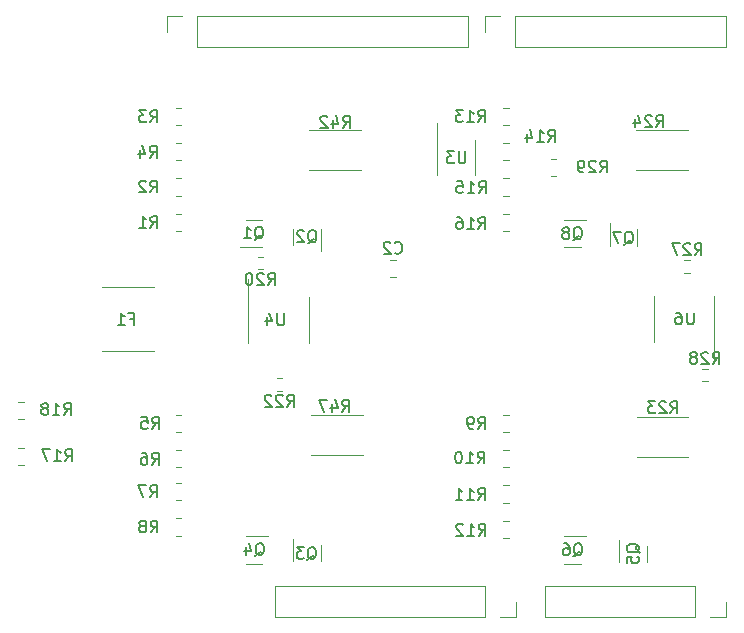
<source format=gbr>
%TF.GenerationSoftware,KiCad,Pcbnew,7.0.7*%
%TF.CreationDate,2024-06-03T14:36:37+02:00*%
%TF.ProjectId,control-board_v1,636f6e74-726f-46c2-9d62-6f6172645f76,rev?*%
%TF.SameCoordinates,Original*%
%TF.FileFunction,Legend,Bot*%
%TF.FilePolarity,Positive*%
%FSLAX46Y46*%
G04 Gerber Fmt 4.6, Leading zero omitted, Abs format (unit mm)*
G04 Created by KiCad (PCBNEW 7.0.7) date 2024-06-03 14:36:37*
%MOMM*%
%LPD*%
G01*
G04 APERTURE LIST*
%ADD10C,0.150000*%
%ADD11C,0.120000*%
G04 APERTURE END LIST*
D10*
X71012857Y-29754819D02*
X71346190Y-29278628D01*
X71584285Y-29754819D02*
X71584285Y-28754819D01*
X71584285Y-28754819D02*
X71203333Y-28754819D01*
X71203333Y-28754819D02*
X71108095Y-28802438D01*
X71108095Y-28802438D02*
X71060476Y-28850057D01*
X71060476Y-28850057D02*
X71012857Y-28945295D01*
X71012857Y-28945295D02*
X71012857Y-29088152D01*
X71012857Y-29088152D02*
X71060476Y-29183390D01*
X71060476Y-29183390D02*
X71108095Y-29231009D01*
X71108095Y-29231009D02*
X71203333Y-29278628D01*
X71203333Y-29278628D02*
X71584285Y-29278628D01*
X70631904Y-28850057D02*
X70584285Y-28802438D01*
X70584285Y-28802438D02*
X70489047Y-28754819D01*
X70489047Y-28754819D02*
X70250952Y-28754819D01*
X70250952Y-28754819D02*
X70155714Y-28802438D01*
X70155714Y-28802438D02*
X70108095Y-28850057D01*
X70108095Y-28850057D02*
X70060476Y-28945295D01*
X70060476Y-28945295D02*
X70060476Y-29040533D01*
X70060476Y-29040533D02*
X70108095Y-29183390D01*
X70108095Y-29183390D02*
X70679523Y-29754819D01*
X70679523Y-29754819D02*
X70060476Y-29754819D01*
X69584285Y-29754819D02*
X69393809Y-29754819D01*
X69393809Y-29754819D02*
X69298571Y-29707200D01*
X69298571Y-29707200D02*
X69250952Y-29659580D01*
X69250952Y-29659580D02*
X69155714Y-29516723D01*
X69155714Y-29516723D02*
X69108095Y-29326247D01*
X69108095Y-29326247D02*
X69108095Y-28945295D01*
X69108095Y-28945295D02*
X69155714Y-28850057D01*
X69155714Y-28850057D02*
X69203333Y-28802438D01*
X69203333Y-28802438D02*
X69298571Y-28754819D01*
X69298571Y-28754819D02*
X69489047Y-28754819D01*
X69489047Y-28754819D02*
X69584285Y-28802438D01*
X69584285Y-28802438D02*
X69631904Y-28850057D01*
X69631904Y-28850057D02*
X69679523Y-28945295D01*
X69679523Y-28945295D02*
X69679523Y-29183390D01*
X69679523Y-29183390D02*
X69631904Y-29278628D01*
X69631904Y-29278628D02*
X69584285Y-29326247D01*
X69584285Y-29326247D02*
X69489047Y-29373866D01*
X69489047Y-29373866D02*
X69298571Y-29373866D01*
X69298571Y-29373866D02*
X69203333Y-29326247D01*
X69203333Y-29326247D02*
X69155714Y-29278628D01*
X69155714Y-29278628D02*
X69108095Y-29183390D01*
X60696666Y-51464819D02*
X61029999Y-50988628D01*
X61268094Y-51464819D02*
X61268094Y-50464819D01*
X61268094Y-50464819D02*
X60887142Y-50464819D01*
X60887142Y-50464819D02*
X60791904Y-50512438D01*
X60791904Y-50512438D02*
X60744285Y-50560057D01*
X60744285Y-50560057D02*
X60696666Y-50655295D01*
X60696666Y-50655295D02*
X60696666Y-50798152D01*
X60696666Y-50798152D02*
X60744285Y-50893390D01*
X60744285Y-50893390D02*
X60791904Y-50941009D01*
X60791904Y-50941009D02*
X60887142Y-50988628D01*
X60887142Y-50988628D02*
X61268094Y-50988628D01*
X60220475Y-51464819D02*
X60029999Y-51464819D01*
X60029999Y-51464819D02*
X59934761Y-51417200D01*
X59934761Y-51417200D02*
X59887142Y-51369580D01*
X59887142Y-51369580D02*
X59791904Y-51226723D01*
X59791904Y-51226723D02*
X59744285Y-51036247D01*
X59744285Y-51036247D02*
X59744285Y-50655295D01*
X59744285Y-50655295D02*
X59791904Y-50560057D01*
X59791904Y-50560057D02*
X59839523Y-50512438D01*
X59839523Y-50512438D02*
X59934761Y-50464819D01*
X59934761Y-50464819D02*
X60125237Y-50464819D01*
X60125237Y-50464819D02*
X60220475Y-50512438D01*
X60220475Y-50512438D02*
X60268094Y-50560057D01*
X60268094Y-50560057D02*
X60315713Y-50655295D01*
X60315713Y-50655295D02*
X60315713Y-50893390D01*
X60315713Y-50893390D02*
X60268094Y-50988628D01*
X60268094Y-50988628D02*
X60220475Y-51036247D01*
X60220475Y-51036247D02*
X60125237Y-51083866D01*
X60125237Y-51083866D02*
X59934761Y-51083866D01*
X59934761Y-51083866D02*
X59839523Y-51036247D01*
X59839523Y-51036247D02*
X59791904Y-50988628D01*
X59791904Y-50988628D02*
X59744285Y-50893390D01*
X32886666Y-28514819D02*
X33219999Y-28038628D01*
X33458094Y-28514819D02*
X33458094Y-27514819D01*
X33458094Y-27514819D02*
X33077142Y-27514819D01*
X33077142Y-27514819D02*
X32981904Y-27562438D01*
X32981904Y-27562438D02*
X32934285Y-27610057D01*
X32934285Y-27610057D02*
X32886666Y-27705295D01*
X32886666Y-27705295D02*
X32886666Y-27848152D01*
X32886666Y-27848152D02*
X32934285Y-27943390D01*
X32934285Y-27943390D02*
X32981904Y-27991009D01*
X32981904Y-27991009D02*
X33077142Y-28038628D01*
X33077142Y-28038628D02*
X33458094Y-28038628D01*
X32029523Y-27848152D02*
X32029523Y-28514819D01*
X32267618Y-27467200D02*
X32505713Y-28181485D01*
X32505713Y-28181485D02*
X31886666Y-28181485D01*
X32936666Y-25514819D02*
X33269999Y-25038628D01*
X33508094Y-25514819D02*
X33508094Y-24514819D01*
X33508094Y-24514819D02*
X33127142Y-24514819D01*
X33127142Y-24514819D02*
X33031904Y-24562438D01*
X33031904Y-24562438D02*
X32984285Y-24610057D01*
X32984285Y-24610057D02*
X32936666Y-24705295D01*
X32936666Y-24705295D02*
X32936666Y-24848152D01*
X32936666Y-24848152D02*
X32984285Y-24943390D01*
X32984285Y-24943390D02*
X33031904Y-24991009D01*
X33031904Y-24991009D02*
X33127142Y-25038628D01*
X33127142Y-25038628D02*
X33508094Y-25038628D01*
X32603332Y-24514819D02*
X31984285Y-24514819D01*
X31984285Y-24514819D02*
X32317618Y-24895771D01*
X32317618Y-24895771D02*
X32174761Y-24895771D01*
X32174761Y-24895771D02*
X32079523Y-24943390D01*
X32079523Y-24943390D02*
X32031904Y-24991009D01*
X32031904Y-24991009D02*
X31984285Y-25086247D01*
X31984285Y-25086247D02*
X31984285Y-25324342D01*
X31984285Y-25324342D02*
X32031904Y-25419580D01*
X32031904Y-25419580D02*
X32079523Y-25467200D01*
X32079523Y-25467200D02*
X32174761Y-25514819D01*
X32174761Y-25514819D02*
X32460475Y-25514819D01*
X32460475Y-25514819D02*
X32555713Y-25467200D01*
X32555713Y-25467200D02*
X32603332Y-25419580D01*
X41755238Y-35440057D02*
X41850476Y-35392438D01*
X41850476Y-35392438D02*
X41945714Y-35297200D01*
X41945714Y-35297200D02*
X42088571Y-35154342D01*
X42088571Y-35154342D02*
X42183809Y-35106723D01*
X42183809Y-35106723D02*
X42279047Y-35106723D01*
X42231428Y-35344819D02*
X42326666Y-35297200D01*
X42326666Y-35297200D02*
X42421904Y-35201961D01*
X42421904Y-35201961D02*
X42469523Y-35011485D01*
X42469523Y-35011485D02*
X42469523Y-34678152D01*
X42469523Y-34678152D02*
X42421904Y-34487676D01*
X42421904Y-34487676D02*
X42326666Y-34392438D01*
X42326666Y-34392438D02*
X42231428Y-34344819D01*
X42231428Y-34344819D02*
X42040952Y-34344819D01*
X42040952Y-34344819D02*
X41945714Y-34392438D01*
X41945714Y-34392438D02*
X41850476Y-34487676D01*
X41850476Y-34487676D02*
X41802857Y-34678152D01*
X41802857Y-34678152D02*
X41802857Y-35011485D01*
X41802857Y-35011485D02*
X41850476Y-35201961D01*
X41850476Y-35201961D02*
X41945714Y-35297200D01*
X41945714Y-35297200D02*
X42040952Y-35344819D01*
X42040952Y-35344819D02*
X42231428Y-35344819D01*
X40850476Y-35344819D02*
X41421904Y-35344819D01*
X41136190Y-35344819D02*
X41136190Y-34344819D01*
X41136190Y-34344819D02*
X41231428Y-34487676D01*
X41231428Y-34487676D02*
X41326666Y-34582914D01*
X41326666Y-34582914D02*
X41421904Y-34630533D01*
X60682857Y-57494819D02*
X61016190Y-57018628D01*
X61254285Y-57494819D02*
X61254285Y-56494819D01*
X61254285Y-56494819D02*
X60873333Y-56494819D01*
X60873333Y-56494819D02*
X60778095Y-56542438D01*
X60778095Y-56542438D02*
X60730476Y-56590057D01*
X60730476Y-56590057D02*
X60682857Y-56685295D01*
X60682857Y-56685295D02*
X60682857Y-56828152D01*
X60682857Y-56828152D02*
X60730476Y-56923390D01*
X60730476Y-56923390D02*
X60778095Y-56971009D01*
X60778095Y-56971009D02*
X60873333Y-57018628D01*
X60873333Y-57018628D02*
X61254285Y-57018628D01*
X59730476Y-57494819D02*
X60301904Y-57494819D01*
X60016190Y-57494819D02*
X60016190Y-56494819D01*
X60016190Y-56494819D02*
X60111428Y-56637676D01*
X60111428Y-56637676D02*
X60206666Y-56732914D01*
X60206666Y-56732914D02*
X60301904Y-56780533D01*
X58778095Y-57494819D02*
X59349523Y-57494819D01*
X59063809Y-57494819D02*
X59063809Y-56494819D01*
X59063809Y-56494819D02*
X59159047Y-56637676D01*
X59159047Y-56637676D02*
X59254285Y-56732914D01*
X59254285Y-56732914D02*
X59349523Y-56780533D01*
X60722857Y-60504819D02*
X61056190Y-60028628D01*
X61294285Y-60504819D02*
X61294285Y-59504819D01*
X61294285Y-59504819D02*
X60913333Y-59504819D01*
X60913333Y-59504819D02*
X60818095Y-59552438D01*
X60818095Y-59552438D02*
X60770476Y-59600057D01*
X60770476Y-59600057D02*
X60722857Y-59695295D01*
X60722857Y-59695295D02*
X60722857Y-59838152D01*
X60722857Y-59838152D02*
X60770476Y-59933390D01*
X60770476Y-59933390D02*
X60818095Y-59981009D01*
X60818095Y-59981009D02*
X60913333Y-60028628D01*
X60913333Y-60028628D02*
X61294285Y-60028628D01*
X59770476Y-60504819D02*
X60341904Y-60504819D01*
X60056190Y-60504819D02*
X60056190Y-59504819D01*
X60056190Y-59504819D02*
X60151428Y-59647676D01*
X60151428Y-59647676D02*
X60246666Y-59742914D01*
X60246666Y-59742914D02*
X60341904Y-59790533D01*
X59389523Y-59600057D02*
X59341904Y-59552438D01*
X59341904Y-59552438D02*
X59246666Y-59504819D01*
X59246666Y-59504819D02*
X59008571Y-59504819D01*
X59008571Y-59504819D02*
X58913333Y-59552438D01*
X58913333Y-59552438D02*
X58865714Y-59600057D01*
X58865714Y-59600057D02*
X58818095Y-59695295D01*
X58818095Y-59695295D02*
X58818095Y-59790533D01*
X58818095Y-59790533D02*
X58865714Y-59933390D01*
X58865714Y-59933390D02*
X59437142Y-60504819D01*
X59437142Y-60504819D02*
X58818095Y-60504819D01*
X78936904Y-41629819D02*
X78936904Y-42439342D01*
X78936904Y-42439342D02*
X78889285Y-42534580D01*
X78889285Y-42534580D02*
X78841666Y-42582200D01*
X78841666Y-42582200D02*
X78746428Y-42629819D01*
X78746428Y-42629819D02*
X78555952Y-42629819D01*
X78555952Y-42629819D02*
X78460714Y-42582200D01*
X78460714Y-42582200D02*
X78413095Y-42534580D01*
X78413095Y-42534580D02*
X78365476Y-42439342D01*
X78365476Y-42439342D02*
X78365476Y-41629819D01*
X77460714Y-41629819D02*
X77651190Y-41629819D01*
X77651190Y-41629819D02*
X77746428Y-41677438D01*
X77746428Y-41677438D02*
X77794047Y-41725057D01*
X77794047Y-41725057D02*
X77889285Y-41867914D01*
X77889285Y-41867914D02*
X77936904Y-42058390D01*
X77936904Y-42058390D02*
X77936904Y-42439342D01*
X77936904Y-42439342D02*
X77889285Y-42534580D01*
X77889285Y-42534580D02*
X77841666Y-42582200D01*
X77841666Y-42582200D02*
X77746428Y-42629819D01*
X77746428Y-42629819D02*
X77555952Y-42629819D01*
X77555952Y-42629819D02*
X77460714Y-42582200D01*
X77460714Y-42582200D02*
X77413095Y-42534580D01*
X77413095Y-42534580D02*
X77365476Y-42439342D01*
X77365476Y-42439342D02*
X77365476Y-42201247D01*
X77365476Y-42201247D02*
X77413095Y-42106009D01*
X77413095Y-42106009D02*
X77460714Y-42058390D01*
X77460714Y-42058390D02*
X77555952Y-42010771D01*
X77555952Y-42010771D02*
X77746428Y-42010771D01*
X77746428Y-42010771D02*
X77841666Y-42058390D01*
X77841666Y-42058390D02*
X77889285Y-42106009D01*
X77889285Y-42106009D02*
X77936904Y-42201247D01*
X74360057Y-61954761D02*
X74312438Y-61859523D01*
X74312438Y-61859523D02*
X74217200Y-61764285D01*
X74217200Y-61764285D02*
X74074342Y-61621428D01*
X74074342Y-61621428D02*
X74026723Y-61526190D01*
X74026723Y-61526190D02*
X74026723Y-61430952D01*
X74264819Y-61478571D02*
X74217200Y-61383333D01*
X74217200Y-61383333D02*
X74121961Y-61288095D01*
X74121961Y-61288095D02*
X73931485Y-61240476D01*
X73931485Y-61240476D02*
X73598152Y-61240476D01*
X73598152Y-61240476D02*
X73407676Y-61288095D01*
X73407676Y-61288095D02*
X73312438Y-61383333D01*
X73312438Y-61383333D02*
X73264819Y-61478571D01*
X73264819Y-61478571D02*
X73264819Y-61669047D01*
X73264819Y-61669047D02*
X73312438Y-61764285D01*
X73312438Y-61764285D02*
X73407676Y-61859523D01*
X73407676Y-61859523D02*
X73598152Y-61907142D01*
X73598152Y-61907142D02*
X73931485Y-61907142D01*
X73931485Y-61907142D02*
X74121961Y-61859523D01*
X74121961Y-61859523D02*
X74217200Y-61764285D01*
X74217200Y-61764285D02*
X74264819Y-61669047D01*
X74264819Y-61669047D02*
X74264819Y-61478571D01*
X73264819Y-62811904D02*
X73264819Y-62335714D01*
X73264819Y-62335714D02*
X73741009Y-62288095D01*
X73741009Y-62288095D02*
X73693390Y-62335714D01*
X73693390Y-62335714D02*
X73645771Y-62430952D01*
X73645771Y-62430952D02*
X73645771Y-62669047D01*
X73645771Y-62669047D02*
X73693390Y-62764285D01*
X73693390Y-62764285D02*
X73741009Y-62811904D01*
X73741009Y-62811904D02*
X73836247Y-62859523D01*
X73836247Y-62859523D02*
X74074342Y-62859523D01*
X74074342Y-62859523D02*
X74169580Y-62811904D01*
X74169580Y-62811904D02*
X74217200Y-62764285D01*
X74217200Y-62764285D02*
X74264819Y-62669047D01*
X74264819Y-62669047D02*
X74264819Y-62430952D01*
X74264819Y-62430952D02*
X74217200Y-62335714D01*
X74217200Y-62335714D02*
X74169580Y-62288095D01*
X76972857Y-50144819D02*
X77306190Y-49668628D01*
X77544285Y-50144819D02*
X77544285Y-49144819D01*
X77544285Y-49144819D02*
X77163333Y-49144819D01*
X77163333Y-49144819D02*
X77068095Y-49192438D01*
X77068095Y-49192438D02*
X77020476Y-49240057D01*
X77020476Y-49240057D02*
X76972857Y-49335295D01*
X76972857Y-49335295D02*
X76972857Y-49478152D01*
X76972857Y-49478152D02*
X77020476Y-49573390D01*
X77020476Y-49573390D02*
X77068095Y-49621009D01*
X77068095Y-49621009D02*
X77163333Y-49668628D01*
X77163333Y-49668628D02*
X77544285Y-49668628D01*
X76591904Y-49240057D02*
X76544285Y-49192438D01*
X76544285Y-49192438D02*
X76449047Y-49144819D01*
X76449047Y-49144819D02*
X76210952Y-49144819D01*
X76210952Y-49144819D02*
X76115714Y-49192438D01*
X76115714Y-49192438D02*
X76068095Y-49240057D01*
X76068095Y-49240057D02*
X76020476Y-49335295D01*
X76020476Y-49335295D02*
X76020476Y-49430533D01*
X76020476Y-49430533D02*
X76068095Y-49573390D01*
X76068095Y-49573390D02*
X76639523Y-50144819D01*
X76639523Y-50144819D02*
X76020476Y-50144819D01*
X75687142Y-49144819D02*
X75068095Y-49144819D01*
X75068095Y-49144819D02*
X75401428Y-49525771D01*
X75401428Y-49525771D02*
X75258571Y-49525771D01*
X75258571Y-49525771D02*
X75163333Y-49573390D01*
X75163333Y-49573390D02*
X75115714Y-49621009D01*
X75115714Y-49621009D02*
X75068095Y-49716247D01*
X75068095Y-49716247D02*
X75068095Y-49954342D01*
X75068095Y-49954342D02*
X75115714Y-50049580D01*
X75115714Y-50049580D02*
X75163333Y-50097200D01*
X75163333Y-50097200D02*
X75258571Y-50144819D01*
X75258571Y-50144819D02*
X75544285Y-50144819D01*
X75544285Y-50144819D02*
X75639523Y-50097200D01*
X75639523Y-50097200D02*
X75687142Y-50049580D01*
X32926666Y-31454819D02*
X33259999Y-30978628D01*
X33498094Y-31454819D02*
X33498094Y-30454819D01*
X33498094Y-30454819D02*
X33117142Y-30454819D01*
X33117142Y-30454819D02*
X33021904Y-30502438D01*
X33021904Y-30502438D02*
X32974285Y-30550057D01*
X32974285Y-30550057D02*
X32926666Y-30645295D01*
X32926666Y-30645295D02*
X32926666Y-30788152D01*
X32926666Y-30788152D02*
X32974285Y-30883390D01*
X32974285Y-30883390D02*
X33021904Y-30931009D01*
X33021904Y-30931009D02*
X33117142Y-30978628D01*
X33117142Y-30978628D02*
X33498094Y-30978628D01*
X32545713Y-30550057D02*
X32498094Y-30502438D01*
X32498094Y-30502438D02*
X32402856Y-30454819D01*
X32402856Y-30454819D02*
X32164761Y-30454819D01*
X32164761Y-30454819D02*
X32069523Y-30502438D01*
X32069523Y-30502438D02*
X32021904Y-30550057D01*
X32021904Y-30550057D02*
X31974285Y-30645295D01*
X31974285Y-30645295D02*
X31974285Y-30740533D01*
X31974285Y-30740533D02*
X32021904Y-30883390D01*
X32021904Y-30883390D02*
X32593332Y-31454819D01*
X32593332Y-31454819D02*
X31974285Y-31454819D01*
X32936666Y-34454819D02*
X33269999Y-33978628D01*
X33508094Y-34454819D02*
X33508094Y-33454819D01*
X33508094Y-33454819D02*
X33127142Y-33454819D01*
X33127142Y-33454819D02*
X33031904Y-33502438D01*
X33031904Y-33502438D02*
X32984285Y-33550057D01*
X32984285Y-33550057D02*
X32936666Y-33645295D01*
X32936666Y-33645295D02*
X32936666Y-33788152D01*
X32936666Y-33788152D02*
X32984285Y-33883390D01*
X32984285Y-33883390D02*
X33031904Y-33931009D01*
X33031904Y-33931009D02*
X33127142Y-33978628D01*
X33127142Y-33978628D02*
X33508094Y-33978628D01*
X31984285Y-34454819D02*
X32555713Y-34454819D01*
X32269999Y-34454819D02*
X32269999Y-33454819D01*
X32269999Y-33454819D02*
X32365237Y-33597676D01*
X32365237Y-33597676D02*
X32460475Y-33692914D01*
X32460475Y-33692914D02*
X32555713Y-33740533D01*
X60712857Y-34554819D02*
X61046190Y-34078628D01*
X61284285Y-34554819D02*
X61284285Y-33554819D01*
X61284285Y-33554819D02*
X60903333Y-33554819D01*
X60903333Y-33554819D02*
X60808095Y-33602438D01*
X60808095Y-33602438D02*
X60760476Y-33650057D01*
X60760476Y-33650057D02*
X60712857Y-33745295D01*
X60712857Y-33745295D02*
X60712857Y-33888152D01*
X60712857Y-33888152D02*
X60760476Y-33983390D01*
X60760476Y-33983390D02*
X60808095Y-34031009D01*
X60808095Y-34031009D02*
X60903333Y-34078628D01*
X60903333Y-34078628D02*
X61284285Y-34078628D01*
X59760476Y-34554819D02*
X60331904Y-34554819D01*
X60046190Y-34554819D02*
X60046190Y-33554819D01*
X60046190Y-33554819D02*
X60141428Y-33697676D01*
X60141428Y-33697676D02*
X60236666Y-33792914D01*
X60236666Y-33792914D02*
X60331904Y-33840533D01*
X58903333Y-33554819D02*
X59093809Y-33554819D01*
X59093809Y-33554819D02*
X59189047Y-33602438D01*
X59189047Y-33602438D02*
X59236666Y-33650057D01*
X59236666Y-33650057D02*
X59331904Y-33792914D01*
X59331904Y-33792914D02*
X59379523Y-33983390D01*
X59379523Y-33983390D02*
X59379523Y-34364342D01*
X59379523Y-34364342D02*
X59331904Y-34459580D01*
X59331904Y-34459580D02*
X59284285Y-34507200D01*
X59284285Y-34507200D02*
X59189047Y-34554819D01*
X59189047Y-34554819D02*
X58998571Y-34554819D01*
X58998571Y-34554819D02*
X58903333Y-34507200D01*
X58903333Y-34507200D02*
X58855714Y-34459580D01*
X58855714Y-34459580D02*
X58808095Y-34364342D01*
X58808095Y-34364342D02*
X58808095Y-34126247D01*
X58808095Y-34126247D02*
X58855714Y-34031009D01*
X58855714Y-34031009D02*
X58903333Y-33983390D01*
X58903333Y-33983390D02*
X58998571Y-33935771D01*
X58998571Y-33935771D02*
X59189047Y-33935771D01*
X59189047Y-33935771D02*
X59284285Y-33983390D01*
X59284285Y-33983390D02*
X59331904Y-34031009D01*
X59331904Y-34031009D02*
X59379523Y-34126247D01*
X60642857Y-54404819D02*
X60976190Y-53928628D01*
X61214285Y-54404819D02*
X61214285Y-53404819D01*
X61214285Y-53404819D02*
X60833333Y-53404819D01*
X60833333Y-53404819D02*
X60738095Y-53452438D01*
X60738095Y-53452438D02*
X60690476Y-53500057D01*
X60690476Y-53500057D02*
X60642857Y-53595295D01*
X60642857Y-53595295D02*
X60642857Y-53738152D01*
X60642857Y-53738152D02*
X60690476Y-53833390D01*
X60690476Y-53833390D02*
X60738095Y-53881009D01*
X60738095Y-53881009D02*
X60833333Y-53928628D01*
X60833333Y-53928628D02*
X61214285Y-53928628D01*
X59690476Y-54404819D02*
X60261904Y-54404819D01*
X59976190Y-54404819D02*
X59976190Y-53404819D01*
X59976190Y-53404819D02*
X60071428Y-53547676D01*
X60071428Y-53547676D02*
X60166666Y-53642914D01*
X60166666Y-53642914D02*
X60261904Y-53690533D01*
X59071428Y-53404819D02*
X58976190Y-53404819D01*
X58976190Y-53404819D02*
X58880952Y-53452438D01*
X58880952Y-53452438D02*
X58833333Y-53500057D01*
X58833333Y-53500057D02*
X58785714Y-53595295D01*
X58785714Y-53595295D02*
X58738095Y-53785771D01*
X58738095Y-53785771D02*
X58738095Y-54023866D01*
X58738095Y-54023866D02*
X58785714Y-54214342D01*
X58785714Y-54214342D02*
X58833333Y-54309580D01*
X58833333Y-54309580D02*
X58880952Y-54357200D01*
X58880952Y-54357200D02*
X58976190Y-54404819D01*
X58976190Y-54404819D02*
X59071428Y-54404819D01*
X59071428Y-54404819D02*
X59166666Y-54357200D01*
X59166666Y-54357200D02*
X59214285Y-54309580D01*
X59214285Y-54309580D02*
X59261904Y-54214342D01*
X59261904Y-54214342D02*
X59309523Y-54023866D01*
X59309523Y-54023866D02*
X59309523Y-53785771D01*
X59309523Y-53785771D02*
X59261904Y-53595295D01*
X59261904Y-53595295D02*
X59214285Y-53500057D01*
X59214285Y-53500057D02*
X59166666Y-53452438D01*
X59166666Y-53452438D02*
X59071428Y-53404819D01*
X41815238Y-62240057D02*
X41910476Y-62192438D01*
X41910476Y-62192438D02*
X42005714Y-62097200D01*
X42005714Y-62097200D02*
X42148571Y-61954342D01*
X42148571Y-61954342D02*
X42243809Y-61906723D01*
X42243809Y-61906723D02*
X42339047Y-61906723D01*
X42291428Y-62144819D02*
X42386666Y-62097200D01*
X42386666Y-62097200D02*
X42481904Y-62001961D01*
X42481904Y-62001961D02*
X42529523Y-61811485D01*
X42529523Y-61811485D02*
X42529523Y-61478152D01*
X42529523Y-61478152D02*
X42481904Y-61287676D01*
X42481904Y-61287676D02*
X42386666Y-61192438D01*
X42386666Y-61192438D02*
X42291428Y-61144819D01*
X42291428Y-61144819D02*
X42100952Y-61144819D01*
X42100952Y-61144819D02*
X42005714Y-61192438D01*
X42005714Y-61192438D02*
X41910476Y-61287676D01*
X41910476Y-61287676D02*
X41862857Y-61478152D01*
X41862857Y-61478152D02*
X41862857Y-61811485D01*
X41862857Y-61811485D02*
X41910476Y-62001961D01*
X41910476Y-62001961D02*
X42005714Y-62097200D01*
X42005714Y-62097200D02*
X42100952Y-62144819D01*
X42100952Y-62144819D02*
X42291428Y-62144819D01*
X41005714Y-61478152D02*
X41005714Y-62144819D01*
X41243809Y-61097200D02*
X41481904Y-61811485D01*
X41481904Y-61811485D02*
X40862857Y-61811485D01*
X49242857Y-25964819D02*
X49576190Y-25488628D01*
X49814285Y-25964819D02*
X49814285Y-24964819D01*
X49814285Y-24964819D02*
X49433333Y-24964819D01*
X49433333Y-24964819D02*
X49338095Y-25012438D01*
X49338095Y-25012438D02*
X49290476Y-25060057D01*
X49290476Y-25060057D02*
X49242857Y-25155295D01*
X49242857Y-25155295D02*
X49242857Y-25298152D01*
X49242857Y-25298152D02*
X49290476Y-25393390D01*
X49290476Y-25393390D02*
X49338095Y-25441009D01*
X49338095Y-25441009D02*
X49433333Y-25488628D01*
X49433333Y-25488628D02*
X49814285Y-25488628D01*
X48385714Y-25298152D02*
X48385714Y-25964819D01*
X48623809Y-24917200D02*
X48861904Y-25631485D01*
X48861904Y-25631485D02*
X48242857Y-25631485D01*
X47909523Y-25060057D02*
X47861904Y-25012438D01*
X47861904Y-25012438D02*
X47766666Y-24964819D01*
X47766666Y-24964819D02*
X47528571Y-24964819D01*
X47528571Y-24964819D02*
X47433333Y-25012438D01*
X47433333Y-25012438D02*
X47385714Y-25060057D01*
X47385714Y-25060057D02*
X47338095Y-25155295D01*
X47338095Y-25155295D02*
X47338095Y-25250533D01*
X47338095Y-25250533D02*
X47385714Y-25393390D01*
X47385714Y-25393390D02*
X47957142Y-25964819D01*
X47957142Y-25964819D02*
X47338095Y-25964819D01*
X66612857Y-27144819D02*
X66946190Y-26668628D01*
X67184285Y-27144819D02*
X67184285Y-26144819D01*
X67184285Y-26144819D02*
X66803333Y-26144819D01*
X66803333Y-26144819D02*
X66708095Y-26192438D01*
X66708095Y-26192438D02*
X66660476Y-26240057D01*
X66660476Y-26240057D02*
X66612857Y-26335295D01*
X66612857Y-26335295D02*
X66612857Y-26478152D01*
X66612857Y-26478152D02*
X66660476Y-26573390D01*
X66660476Y-26573390D02*
X66708095Y-26621009D01*
X66708095Y-26621009D02*
X66803333Y-26668628D01*
X66803333Y-26668628D02*
X67184285Y-26668628D01*
X65660476Y-27144819D02*
X66231904Y-27144819D01*
X65946190Y-27144819D02*
X65946190Y-26144819D01*
X65946190Y-26144819D02*
X66041428Y-26287676D01*
X66041428Y-26287676D02*
X66136666Y-26382914D01*
X66136666Y-26382914D02*
X66231904Y-26430533D01*
X64803333Y-26478152D02*
X64803333Y-27144819D01*
X65041428Y-26097200D02*
X65279523Y-26811485D01*
X65279523Y-26811485D02*
X64660476Y-26811485D01*
X75762857Y-25924819D02*
X76096190Y-25448628D01*
X76334285Y-25924819D02*
X76334285Y-24924819D01*
X76334285Y-24924819D02*
X75953333Y-24924819D01*
X75953333Y-24924819D02*
X75858095Y-24972438D01*
X75858095Y-24972438D02*
X75810476Y-25020057D01*
X75810476Y-25020057D02*
X75762857Y-25115295D01*
X75762857Y-25115295D02*
X75762857Y-25258152D01*
X75762857Y-25258152D02*
X75810476Y-25353390D01*
X75810476Y-25353390D02*
X75858095Y-25401009D01*
X75858095Y-25401009D02*
X75953333Y-25448628D01*
X75953333Y-25448628D02*
X76334285Y-25448628D01*
X75381904Y-25020057D02*
X75334285Y-24972438D01*
X75334285Y-24972438D02*
X75239047Y-24924819D01*
X75239047Y-24924819D02*
X75000952Y-24924819D01*
X75000952Y-24924819D02*
X74905714Y-24972438D01*
X74905714Y-24972438D02*
X74858095Y-25020057D01*
X74858095Y-25020057D02*
X74810476Y-25115295D01*
X74810476Y-25115295D02*
X74810476Y-25210533D01*
X74810476Y-25210533D02*
X74858095Y-25353390D01*
X74858095Y-25353390D02*
X75429523Y-25924819D01*
X75429523Y-25924819D02*
X74810476Y-25924819D01*
X73953333Y-25258152D02*
X73953333Y-25924819D01*
X74191428Y-24877200D02*
X74429523Y-25591485D01*
X74429523Y-25591485D02*
X73810476Y-25591485D01*
X80542857Y-45964819D02*
X80876190Y-45488628D01*
X81114285Y-45964819D02*
X81114285Y-44964819D01*
X81114285Y-44964819D02*
X80733333Y-44964819D01*
X80733333Y-44964819D02*
X80638095Y-45012438D01*
X80638095Y-45012438D02*
X80590476Y-45060057D01*
X80590476Y-45060057D02*
X80542857Y-45155295D01*
X80542857Y-45155295D02*
X80542857Y-45298152D01*
X80542857Y-45298152D02*
X80590476Y-45393390D01*
X80590476Y-45393390D02*
X80638095Y-45441009D01*
X80638095Y-45441009D02*
X80733333Y-45488628D01*
X80733333Y-45488628D02*
X81114285Y-45488628D01*
X80161904Y-45060057D02*
X80114285Y-45012438D01*
X80114285Y-45012438D02*
X80019047Y-44964819D01*
X80019047Y-44964819D02*
X79780952Y-44964819D01*
X79780952Y-44964819D02*
X79685714Y-45012438D01*
X79685714Y-45012438D02*
X79638095Y-45060057D01*
X79638095Y-45060057D02*
X79590476Y-45155295D01*
X79590476Y-45155295D02*
X79590476Y-45250533D01*
X79590476Y-45250533D02*
X79638095Y-45393390D01*
X79638095Y-45393390D02*
X80209523Y-45964819D01*
X80209523Y-45964819D02*
X79590476Y-45964819D01*
X79019047Y-45393390D02*
X79114285Y-45345771D01*
X79114285Y-45345771D02*
X79161904Y-45298152D01*
X79161904Y-45298152D02*
X79209523Y-45202914D01*
X79209523Y-45202914D02*
X79209523Y-45155295D01*
X79209523Y-45155295D02*
X79161904Y-45060057D01*
X79161904Y-45060057D02*
X79114285Y-45012438D01*
X79114285Y-45012438D02*
X79019047Y-44964819D01*
X79019047Y-44964819D02*
X78828571Y-44964819D01*
X78828571Y-44964819D02*
X78733333Y-45012438D01*
X78733333Y-45012438D02*
X78685714Y-45060057D01*
X78685714Y-45060057D02*
X78638095Y-45155295D01*
X78638095Y-45155295D02*
X78638095Y-45202914D01*
X78638095Y-45202914D02*
X78685714Y-45298152D01*
X78685714Y-45298152D02*
X78733333Y-45345771D01*
X78733333Y-45345771D02*
X78828571Y-45393390D01*
X78828571Y-45393390D02*
X79019047Y-45393390D01*
X79019047Y-45393390D02*
X79114285Y-45441009D01*
X79114285Y-45441009D02*
X79161904Y-45488628D01*
X79161904Y-45488628D02*
X79209523Y-45583866D01*
X79209523Y-45583866D02*
X79209523Y-45774342D01*
X79209523Y-45774342D02*
X79161904Y-45869580D01*
X79161904Y-45869580D02*
X79114285Y-45917200D01*
X79114285Y-45917200D02*
X79019047Y-45964819D01*
X79019047Y-45964819D02*
X78828571Y-45964819D01*
X78828571Y-45964819D02*
X78733333Y-45917200D01*
X78733333Y-45917200D02*
X78685714Y-45869580D01*
X78685714Y-45869580D02*
X78638095Y-45774342D01*
X78638095Y-45774342D02*
X78638095Y-45583866D01*
X78638095Y-45583866D02*
X78685714Y-45488628D01*
X78685714Y-45488628D02*
X78733333Y-45441009D01*
X78733333Y-45441009D02*
X78828571Y-45393390D01*
X68725238Y-35500057D02*
X68820476Y-35452438D01*
X68820476Y-35452438D02*
X68915714Y-35357200D01*
X68915714Y-35357200D02*
X69058571Y-35214342D01*
X69058571Y-35214342D02*
X69153809Y-35166723D01*
X69153809Y-35166723D02*
X69249047Y-35166723D01*
X69201428Y-35404819D02*
X69296666Y-35357200D01*
X69296666Y-35357200D02*
X69391904Y-35261961D01*
X69391904Y-35261961D02*
X69439523Y-35071485D01*
X69439523Y-35071485D02*
X69439523Y-34738152D01*
X69439523Y-34738152D02*
X69391904Y-34547676D01*
X69391904Y-34547676D02*
X69296666Y-34452438D01*
X69296666Y-34452438D02*
X69201428Y-34404819D01*
X69201428Y-34404819D02*
X69010952Y-34404819D01*
X69010952Y-34404819D02*
X68915714Y-34452438D01*
X68915714Y-34452438D02*
X68820476Y-34547676D01*
X68820476Y-34547676D02*
X68772857Y-34738152D01*
X68772857Y-34738152D02*
X68772857Y-35071485D01*
X68772857Y-35071485D02*
X68820476Y-35261961D01*
X68820476Y-35261961D02*
X68915714Y-35357200D01*
X68915714Y-35357200D02*
X69010952Y-35404819D01*
X69010952Y-35404819D02*
X69201428Y-35404819D01*
X68201428Y-34833390D02*
X68296666Y-34785771D01*
X68296666Y-34785771D02*
X68344285Y-34738152D01*
X68344285Y-34738152D02*
X68391904Y-34642914D01*
X68391904Y-34642914D02*
X68391904Y-34595295D01*
X68391904Y-34595295D02*
X68344285Y-34500057D01*
X68344285Y-34500057D02*
X68296666Y-34452438D01*
X68296666Y-34452438D02*
X68201428Y-34404819D01*
X68201428Y-34404819D02*
X68010952Y-34404819D01*
X68010952Y-34404819D02*
X67915714Y-34452438D01*
X67915714Y-34452438D02*
X67868095Y-34500057D01*
X67868095Y-34500057D02*
X67820476Y-34595295D01*
X67820476Y-34595295D02*
X67820476Y-34642914D01*
X67820476Y-34642914D02*
X67868095Y-34738152D01*
X67868095Y-34738152D02*
X67915714Y-34785771D01*
X67915714Y-34785771D02*
X68010952Y-34833390D01*
X68010952Y-34833390D02*
X68201428Y-34833390D01*
X68201428Y-34833390D02*
X68296666Y-34881009D01*
X68296666Y-34881009D02*
X68344285Y-34928628D01*
X68344285Y-34928628D02*
X68391904Y-35023866D01*
X68391904Y-35023866D02*
X68391904Y-35214342D01*
X68391904Y-35214342D02*
X68344285Y-35309580D01*
X68344285Y-35309580D02*
X68296666Y-35357200D01*
X68296666Y-35357200D02*
X68201428Y-35404819D01*
X68201428Y-35404819D02*
X68010952Y-35404819D01*
X68010952Y-35404819D02*
X67915714Y-35357200D01*
X67915714Y-35357200D02*
X67868095Y-35309580D01*
X67868095Y-35309580D02*
X67820476Y-35214342D01*
X67820476Y-35214342D02*
X67820476Y-35023866D01*
X67820476Y-35023866D02*
X67868095Y-34928628D01*
X67868095Y-34928628D02*
X67915714Y-34881009D01*
X67915714Y-34881009D02*
X68010952Y-34833390D01*
X25727857Y-54206069D02*
X26061190Y-53729878D01*
X26299285Y-54206069D02*
X26299285Y-53206069D01*
X26299285Y-53206069D02*
X25918333Y-53206069D01*
X25918333Y-53206069D02*
X25823095Y-53253688D01*
X25823095Y-53253688D02*
X25775476Y-53301307D01*
X25775476Y-53301307D02*
X25727857Y-53396545D01*
X25727857Y-53396545D02*
X25727857Y-53539402D01*
X25727857Y-53539402D02*
X25775476Y-53634640D01*
X25775476Y-53634640D02*
X25823095Y-53682259D01*
X25823095Y-53682259D02*
X25918333Y-53729878D01*
X25918333Y-53729878D02*
X26299285Y-53729878D01*
X24775476Y-54206069D02*
X25346904Y-54206069D01*
X25061190Y-54206069D02*
X25061190Y-53206069D01*
X25061190Y-53206069D02*
X25156428Y-53348926D01*
X25156428Y-53348926D02*
X25251666Y-53444164D01*
X25251666Y-53444164D02*
X25346904Y-53491783D01*
X24442142Y-53206069D02*
X23775476Y-53206069D01*
X23775476Y-53206069D02*
X24204047Y-54206069D01*
X33066666Y-54504819D02*
X33399999Y-54028628D01*
X33638094Y-54504819D02*
X33638094Y-53504819D01*
X33638094Y-53504819D02*
X33257142Y-53504819D01*
X33257142Y-53504819D02*
X33161904Y-53552438D01*
X33161904Y-53552438D02*
X33114285Y-53600057D01*
X33114285Y-53600057D02*
X33066666Y-53695295D01*
X33066666Y-53695295D02*
X33066666Y-53838152D01*
X33066666Y-53838152D02*
X33114285Y-53933390D01*
X33114285Y-53933390D02*
X33161904Y-53981009D01*
X33161904Y-53981009D02*
X33257142Y-54028628D01*
X33257142Y-54028628D02*
X33638094Y-54028628D01*
X32209523Y-53504819D02*
X32399999Y-53504819D01*
X32399999Y-53504819D02*
X32495237Y-53552438D01*
X32495237Y-53552438D02*
X32542856Y-53600057D01*
X32542856Y-53600057D02*
X32638094Y-53742914D01*
X32638094Y-53742914D02*
X32685713Y-53933390D01*
X32685713Y-53933390D02*
X32685713Y-54314342D01*
X32685713Y-54314342D02*
X32638094Y-54409580D01*
X32638094Y-54409580D02*
X32590475Y-54457200D01*
X32590475Y-54457200D02*
X32495237Y-54504819D01*
X32495237Y-54504819D02*
X32304761Y-54504819D01*
X32304761Y-54504819D02*
X32209523Y-54457200D01*
X32209523Y-54457200D02*
X32161904Y-54409580D01*
X32161904Y-54409580D02*
X32114285Y-54314342D01*
X32114285Y-54314342D02*
X32114285Y-54076247D01*
X32114285Y-54076247D02*
X32161904Y-53981009D01*
X32161904Y-53981009D02*
X32209523Y-53933390D01*
X32209523Y-53933390D02*
X32304761Y-53885771D01*
X32304761Y-53885771D02*
X32495237Y-53885771D01*
X32495237Y-53885771D02*
X32590475Y-53933390D01*
X32590475Y-53933390D02*
X32638094Y-53981009D01*
X32638094Y-53981009D02*
X32685713Y-54076247D01*
X60692857Y-25494819D02*
X61026190Y-25018628D01*
X61264285Y-25494819D02*
X61264285Y-24494819D01*
X61264285Y-24494819D02*
X60883333Y-24494819D01*
X60883333Y-24494819D02*
X60788095Y-24542438D01*
X60788095Y-24542438D02*
X60740476Y-24590057D01*
X60740476Y-24590057D02*
X60692857Y-24685295D01*
X60692857Y-24685295D02*
X60692857Y-24828152D01*
X60692857Y-24828152D02*
X60740476Y-24923390D01*
X60740476Y-24923390D02*
X60788095Y-24971009D01*
X60788095Y-24971009D02*
X60883333Y-25018628D01*
X60883333Y-25018628D02*
X61264285Y-25018628D01*
X59740476Y-25494819D02*
X60311904Y-25494819D01*
X60026190Y-25494819D02*
X60026190Y-24494819D01*
X60026190Y-24494819D02*
X60121428Y-24637676D01*
X60121428Y-24637676D02*
X60216666Y-24732914D01*
X60216666Y-24732914D02*
X60311904Y-24780533D01*
X59407142Y-24494819D02*
X58788095Y-24494819D01*
X58788095Y-24494819D02*
X59121428Y-24875771D01*
X59121428Y-24875771D02*
X58978571Y-24875771D01*
X58978571Y-24875771D02*
X58883333Y-24923390D01*
X58883333Y-24923390D02*
X58835714Y-24971009D01*
X58835714Y-24971009D02*
X58788095Y-25066247D01*
X58788095Y-25066247D02*
X58788095Y-25304342D01*
X58788095Y-25304342D02*
X58835714Y-25399580D01*
X58835714Y-25399580D02*
X58883333Y-25447200D01*
X58883333Y-25447200D02*
X58978571Y-25494819D01*
X58978571Y-25494819D02*
X59264285Y-25494819D01*
X59264285Y-25494819D02*
X59359523Y-25447200D01*
X59359523Y-25447200D02*
X59407142Y-25399580D01*
X59611904Y-27984819D02*
X59611904Y-28794342D01*
X59611904Y-28794342D02*
X59564285Y-28889580D01*
X59564285Y-28889580D02*
X59516666Y-28937200D01*
X59516666Y-28937200D02*
X59421428Y-28984819D01*
X59421428Y-28984819D02*
X59230952Y-28984819D01*
X59230952Y-28984819D02*
X59135714Y-28937200D01*
X59135714Y-28937200D02*
X59088095Y-28889580D01*
X59088095Y-28889580D02*
X59040476Y-28794342D01*
X59040476Y-28794342D02*
X59040476Y-27984819D01*
X58659523Y-27984819D02*
X58040476Y-27984819D01*
X58040476Y-27984819D02*
X58373809Y-28365771D01*
X58373809Y-28365771D02*
X58230952Y-28365771D01*
X58230952Y-28365771D02*
X58135714Y-28413390D01*
X58135714Y-28413390D02*
X58088095Y-28461009D01*
X58088095Y-28461009D02*
X58040476Y-28556247D01*
X58040476Y-28556247D02*
X58040476Y-28794342D01*
X58040476Y-28794342D02*
X58088095Y-28889580D01*
X58088095Y-28889580D02*
X58135714Y-28937200D01*
X58135714Y-28937200D02*
X58230952Y-28984819D01*
X58230952Y-28984819D02*
X58516666Y-28984819D01*
X58516666Y-28984819D02*
X58611904Y-28937200D01*
X58611904Y-28937200D02*
X58659523Y-28889580D01*
X42902857Y-39294819D02*
X43236190Y-38818628D01*
X43474285Y-39294819D02*
X43474285Y-38294819D01*
X43474285Y-38294819D02*
X43093333Y-38294819D01*
X43093333Y-38294819D02*
X42998095Y-38342438D01*
X42998095Y-38342438D02*
X42950476Y-38390057D01*
X42950476Y-38390057D02*
X42902857Y-38485295D01*
X42902857Y-38485295D02*
X42902857Y-38628152D01*
X42902857Y-38628152D02*
X42950476Y-38723390D01*
X42950476Y-38723390D02*
X42998095Y-38771009D01*
X42998095Y-38771009D02*
X43093333Y-38818628D01*
X43093333Y-38818628D02*
X43474285Y-38818628D01*
X42521904Y-38390057D02*
X42474285Y-38342438D01*
X42474285Y-38342438D02*
X42379047Y-38294819D01*
X42379047Y-38294819D02*
X42140952Y-38294819D01*
X42140952Y-38294819D02*
X42045714Y-38342438D01*
X42045714Y-38342438D02*
X41998095Y-38390057D01*
X41998095Y-38390057D02*
X41950476Y-38485295D01*
X41950476Y-38485295D02*
X41950476Y-38580533D01*
X41950476Y-38580533D02*
X41998095Y-38723390D01*
X41998095Y-38723390D02*
X42569523Y-39294819D01*
X42569523Y-39294819D02*
X41950476Y-39294819D01*
X41331428Y-38294819D02*
X41236190Y-38294819D01*
X41236190Y-38294819D02*
X41140952Y-38342438D01*
X41140952Y-38342438D02*
X41093333Y-38390057D01*
X41093333Y-38390057D02*
X41045714Y-38485295D01*
X41045714Y-38485295D02*
X40998095Y-38675771D01*
X40998095Y-38675771D02*
X40998095Y-38913866D01*
X40998095Y-38913866D02*
X41045714Y-39104342D01*
X41045714Y-39104342D02*
X41093333Y-39199580D01*
X41093333Y-39199580D02*
X41140952Y-39247200D01*
X41140952Y-39247200D02*
X41236190Y-39294819D01*
X41236190Y-39294819D02*
X41331428Y-39294819D01*
X41331428Y-39294819D02*
X41426666Y-39247200D01*
X41426666Y-39247200D02*
X41474285Y-39199580D01*
X41474285Y-39199580D02*
X41521904Y-39104342D01*
X41521904Y-39104342D02*
X41569523Y-38913866D01*
X41569523Y-38913866D02*
X41569523Y-38675771D01*
X41569523Y-38675771D02*
X41521904Y-38485295D01*
X41521904Y-38485295D02*
X41474285Y-38390057D01*
X41474285Y-38390057D02*
X41426666Y-38342438D01*
X41426666Y-38342438D02*
X41331428Y-38294819D01*
X33076666Y-51464819D02*
X33409999Y-50988628D01*
X33648094Y-51464819D02*
X33648094Y-50464819D01*
X33648094Y-50464819D02*
X33267142Y-50464819D01*
X33267142Y-50464819D02*
X33171904Y-50512438D01*
X33171904Y-50512438D02*
X33124285Y-50560057D01*
X33124285Y-50560057D02*
X33076666Y-50655295D01*
X33076666Y-50655295D02*
X33076666Y-50798152D01*
X33076666Y-50798152D02*
X33124285Y-50893390D01*
X33124285Y-50893390D02*
X33171904Y-50941009D01*
X33171904Y-50941009D02*
X33267142Y-50988628D01*
X33267142Y-50988628D02*
X33648094Y-50988628D01*
X32171904Y-50464819D02*
X32648094Y-50464819D01*
X32648094Y-50464819D02*
X32695713Y-50941009D01*
X32695713Y-50941009D02*
X32648094Y-50893390D01*
X32648094Y-50893390D02*
X32552856Y-50845771D01*
X32552856Y-50845771D02*
X32314761Y-50845771D01*
X32314761Y-50845771D02*
X32219523Y-50893390D01*
X32219523Y-50893390D02*
X32171904Y-50941009D01*
X32171904Y-50941009D02*
X32124285Y-51036247D01*
X32124285Y-51036247D02*
X32124285Y-51274342D01*
X32124285Y-51274342D02*
X32171904Y-51369580D01*
X32171904Y-51369580D02*
X32219523Y-51417200D01*
X32219523Y-51417200D02*
X32314761Y-51464819D01*
X32314761Y-51464819D02*
X32552856Y-51464819D01*
X32552856Y-51464819D02*
X32648094Y-51417200D01*
X32648094Y-51417200D02*
X32695713Y-51369580D01*
X32956666Y-60244819D02*
X33289999Y-59768628D01*
X33528094Y-60244819D02*
X33528094Y-59244819D01*
X33528094Y-59244819D02*
X33147142Y-59244819D01*
X33147142Y-59244819D02*
X33051904Y-59292438D01*
X33051904Y-59292438D02*
X33004285Y-59340057D01*
X33004285Y-59340057D02*
X32956666Y-59435295D01*
X32956666Y-59435295D02*
X32956666Y-59578152D01*
X32956666Y-59578152D02*
X33004285Y-59673390D01*
X33004285Y-59673390D02*
X33051904Y-59721009D01*
X33051904Y-59721009D02*
X33147142Y-59768628D01*
X33147142Y-59768628D02*
X33528094Y-59768628D01*
X32385237Y-59673390D02*
X32480475Y-59625771D01*
X32480475Y-59625771D02*
X32528094Y-59578152D01*
X32528094Y-59578152D02*
X32575713Y-59482914D01*
X32575713Y-59482914D02*
X32575713Y-59435295D01*
X32575713Y-59435295D02*
X32528094Y-59340057D01*
X32528094Y-59340057D02*
X32480475Y-59292438D01*
X32480475Y-59292438D02*
X32385237Y-59244819D01*
X32385237Y-59244819D02*
X32194761Y-59244819D01*
X32194761Y-59244819D02*
X32099523Y-59292438D01*
X32099523Y-59292438D02*
X32051904Y-59340057D01*
X32051904Y-59340057D02*
X32004285Y-59435295D01*
X32004285Y-59435295D02*
X32004285Y-59482914D01*
X32004285Y-59482914D02*
X32051904Y-59578152D01*
X32051904Y-59578152D02*
X32099523Y-59625771D01*
X32099523Y-59625771D02*
X32194761Y-59673390D01*
X32194761Y-59673390D02*
X32385237Y-59673390D01*
X32385237Y-59673390D02*
X32480475Y-59721009D01*
X32480475Y-59721009D02*
X32528094Y-59768628D01*
X32528094Y-59768628D02*
X32575713Y-59863866D01*
X32575713Y-59863866D02*
X32575713Y-60054342D01*
X32575713Y-60054342D02*
X32528094Y-60149580D01*
X32528094Y-60149580D02*
X32480475Y-60197200D01*
X32480475Y-60197200D02*
X32385237Y-60244819D01*
X32385237Y-60244819D02*
X32194761Y-60244819D01*
X32194761Y-60244819D02*
X32099523Y-60197200D01*
X32099523Y-60197200D02*
X32051904Y-60149580D01*
X32051904Y-60149580D02*
X32004285Y-60054342D01*
X32004285Y-60054342D02*
X32004285Y-59863866D01*
X32004285Y-59863866D02*
X32051904Y-59768628D01*
X32051904Y-59768628D02*
X32099523Y-59721009D01*
X32099523Y-59721009D02*
X32194761Y-59673390D01*
X25620357Y-50286069D02*
X25953690Y-49809878D01*
X26191785Y-50286069D02*
X26191785Y-49286069D01*
X26191785Y-49286069D02*
X25810833Y-49286069D01*
X25810833Y-49286069D02*
X25715595Y-49333688D01*
X25715595Y-49333688D02*
X25667976Y-49381307D01*
X25667976Y-49381307D02*
X25620357Y-49476545D01*
X25620357Y-49476545D02*
X25620357Y-49619402D01*
X25620357Y-49619402D02*
X25667976Y-49714640D01*
X25667976Y-49714640D02*
X25715595Y-49762259D01*
X25715595Y-49762259D02*
X25810833Y-49809878D01*
X25810833Y-49809878D02*
X26191785Y-49809878D01*
X24667976Y-50286069D02*
X25239404Y-50286069D01*
X24953690Y-50286069D02*
X24953690Y-49286069D01*
X24953690Y-49286069D02*
X25048928Y-49428926D01*
X25048928Y-49428926D02*
X25144166Y-49524164D01*
X25144166Y-49524164D02*
X25239404Y-49571783D01*
X24096547Y-49714640D02*
X24191785Y-49667021D01*
X24191785Y-49667021D02*
X24239404Y-49619402D01*
X24239404Y-49619402D02*
X24287023Y-49524164D01*
X24287023Y-49524164D02*
X24287023Y-49476545D01*
X24287023Y-49476545D02*
X24239404Y-49381307D01*
X24239404Y-49381307D02*
X24191785Y-49333688D01*
X24191785Y-49333688D02*
X24096547Y-49286069D01*
X24096547Y-49286069D02*
X23906071Y-49286069D01*
X23906071Y-49286069D02*
X23810833Y-49333688D01*
X23810833Y-49333688D02*
X23763214Y-49381307D01*
X23763214Y-49381307D02*
X23715595Y-49476545D01*
X23715595Y-49476545D02*
X23715595Y-49524164D01*
X23715595Y-49524164D02*
X23763214Y-49619402D01*
X23763214Y-49619402D02*
X23810833Y-49667021D01*
X23810833Y-49667021D02*
X23906071Y-49714640D01*
X23906071Y-49714640D02*
X24096547Y-49714640D01*
X24096547Y-49714640D02*
X24191785Y-49762259D01*
X24191785Y-49762259D02*
X24239404Y-49809878D01*
X24239404Y-49809878D02*
X24287023Y-49905116D01*
X24287023Y-49905116D02*
X24287023Y-50095592D01*
X24287023Y-50095592D02*
X24239404Y-50190830D01*
X24239404Y-50190830D02*
X24191785Y-50238450D01*
X24191785Y-50238450D02*
X24096547Y-50286069D01*
X24096547Y-50286069D02*
X23906071Y-50286069D01*
X23906071Y-50286069D02*
X23810833Y-50238450D01*
X23810833Y-50238450D02*
X23763214Y-50190830D01*
X23763214Y-50190830D02*
X23715595Y-50095592D01*
X23715595Y-50095592D02*
X23715595Y-49905116D01*
X23715595Y-49905116D02*
X23763214Y-49809878D01*
X23763214Y-49809878D02*
X23810833Y-49762259D01*
X23810833Y-49762259D02*
X23906071Y-49714640D01*
X32916666Y-57254819D02*
X33249999Y-56778628D01*
X33488094Y-57254819D02*
X33488094Y-56254819D01*
X33488094Y-56254819D02*
X33107142Y-56254819D01*
X33107142Y-56254819D02*
X33011904Y-56302438D01*
X33011904Y-56302438D02*
X32964285Y-56350057D01*
X32964285Y-56350057D02*
X32916666Y-56445295D01*
X32916666Y-56445295D02*
X32916666Y-56588152D01*
X32916666Y-56588152D02*
X32964285Y-56683390D01*
X32964285Y-56683390D02*
X33011904Y-56731009D01*
X33011904Y-56731009D02*
X33107142Y-56778628D01*
X33107142Y-56778628D02*
X33488094Y-56778628D01*
X32583332Y-56254819D02*
X31916666Y-56254819D01*
X31916666Y-56254819D02*
X32345237Y-57254819D01*
X73065238Y-35870057D02*
X73160476Y-35822438D01*
X73160476Y-35822438D02*
X73255714Y-35727200D01*
X73255714Y-35727200D02*
X73398571Y-35584342D01*
X73398571Y-35584342D02*
X73493809Y-35536723D01*
X73493809Y-35536723D02*
X73589047Y-35536723D01*
X73541428Y-35774819D02*
X73636666Y-35727200D01*
X73636666Y-35727200D02*
X73731904Y-35631961D01*
X73731904Y-35631961D02*
X73779523Y-35441485D01*
X73779523Y-35441485D02*
X73779523Y-35108152D01*
X73779523Y-35108152D02*
X73731904Y-34917676D01*
X73731904Y-34917676D02*
X73636666Y-34822438D01*
X73636666Y-34822438D02*
X73541428Y-34774819D01*
X73541428Y-34774819D02*
X73350952Y-34774819D01*
X73350952Y-34774819D02*
X73255714Y-34822438D01*
X73255714Y-34822438D02*
X73160476Y-34917676D01*
X73160476Y-34917676D02*
X73112857Y-35108152D01*
X73112857Y-35108152D02*
X73112857Y-35441485D01*
X73112857Y-35441485D02*
X73160476Y-35631961D01*
X73160476Y-35631961D02*
X73255714Y-35727200D01*
X73255714Y-35727200D02*
X73350952Y-35774819D01*
X73350952Y-35774819D02*
X73541428Y-35774819D01*
X72779523Y-34774819D02*
X72112857Y-34774819D01*
X72112857Y-34774819D02*
X72541428Y-35774819D01*
X46225238Y-62570057D02*
X46320476Y-62522438D01*
X46320476Y-62522438D02*
X46415714Y-62427200D01*
X46415714Y-62427200D02*
X46558571Y-62284342D01*
X46558571Y-62284342D02*
X46653809Y-62236723D01*
X46653809Y-62236723D02*
X46749047Y-62236723D01*
X46701428Y-62474819D02*
X46796666Y-62427200D01*
X46796666Y-62427200D02*
X46891904Y-62331961D01*
X46891904Y-62331961D02*
X46939523Y-62141485D01*
X46939523Y-62141485D02*
X46939523Y-61808152D01*
X46939523Y-61808152D02*
X46891904Y-61617676D01*
X46891904Y-61617676D02*
X46796666Y-61522438D01*
X46796666Y-61522438D02*
X46701428Y-61474819D01*
X46701428Y-61474819D02*
X46510952Y-61474819D01*
X46510952Y-61474819D02*
X46415714Y-61522438D01*
X46415714Y-61522438D02*
X46320476Y-61617676D01*
X46320476Y-61617676D02*
X46272857Y-61808152D01*
X46272857Y-61808152D02*
X46272857Y-62141485D01*
X46272857Y-62141485D02*
X46320476Y-62331961D01*
X46320476Y-62331961D02*
X46415714Y-62427200D01*
X46415714Y-62427200D02*
X46510952Y-62474819D01*
X46510952Y-62474819D02*
X46701428Y-62474819D01*
X45939523Y-61474819D02*
X45320476Y-61474819D01*
X45320476Y-61474819D02*
X45653809Y-61855771D01*
X45653809Y-61855771D02*
X45510952Y-61855771D01*
X45510952Y-61855771D02*
X45415714Y-61903390D01*
X45415714Y-61903390D02*
X45368095Y-61951009D01*
X45368095Y-61951009D02*
X45320476Y-62046247D01*
X45320476Y-62046247D02*
X45320476Y-62284342D01*
X45320476Y-62284342D02*
X45368095Y-62379580D01*
X45368095Y-62379580D02*
X45415714Y-62427200D01*
X45415714Y-62427200D02*
X45510952Y-62474819D01*
X45510952Y-62474819D02*
X45796666Y-62474819D01*
X45796666Y-62474819D02*
X45891904Y-62427200D01*
X45891904Y-62427200D02*
X45939523Y-62379580D01*
X68755238Y-62270057D02*
X68850476Y-62222438D01*
X68850476Y-62222438D02*
X68945714Y-62127200D01*
X68945714Y-62127200D02*
X69088571Y-61984342D01*
X69088571Y-61984342D02*
X69183809Y-61936723D01*
X69183809Y-61936723D02*
X69279047Y-61936723D01*
X69231428Y-62174819D02*
X69326666Y-62127200D01*
X69326666Y-62127200D02*
X69421904Y-62031961D01*
X69421904Y-62031961D02*
X69469523Y-61841485D01*
X69469523Y-61841485D02*
X69469523Y-61508152D01*
X69469523Y-61508152D02*
X69421904Y-61317676D01*
X69421904Y-61317676D02*
X69326666Y-61222438D01*
X69326666Y-61222438D02*
X69231428Y-61174819D01*
X69231428Y-61174819D02*
X69040952Y-61174819D01*
X69040952Y-61174819D02*
X68945714Y-61222438D01*
X68945714Y-61222438D02*
X68850476Y-61317676D01*
X68850476Y-61317676D02*
X68802857Y-61508152D01*
X68802857Y-61508152D02*
X68802857Y-61841485D01*
X68802857Y-61841485D02*
X68850476Y-62031961D01*
X68850476Y-62031961D02*
X68945714Y-62127200D01*
X68945714Y-62127200D02*
X69040952Y-62174819D01*
X69040952Y-62174819D02*
X69231428Y-62174819D01*
X67945714Y-61174819D02*
X68136190Y-61174819D01*
X68136190Y-61174819D02*
X68231428Y-61222438D01*
X68231428Y-61222438D02*
X68279047Y-61270057D01*
X68279047Y-61270057D02*
X68374285Y-61412914D01*
X68374285Y-61412914D02*
X68421904Y-61603390D01*
X68421904Y-61603390D02*
X68421904Y-61984342D01*
X68421904Y-61984342D02*
X68374285Y-62079580D01*
X68374285Y-62079580D02*
X68326666Y-62127200D01*
X68326666Y-62127200D02*
X68231428Y-62174819D01*
X68231428Y-62174819D02*
X68040952Y-62174819D01*
X68040952Y-62174819D02*
X67945714Y-62127200D01*
X67945714Y-62127200D02*
X67898095Y-62079580D01*
X67898095Y-62079580D02*
X67850476Y-61984342D01*
X67850476Y-61984342D02*
X67850476Y-61746247D01*
X67850476Y-61746247D02*
X67898095Y-61651009D01*
X67898095Y-61651009D02*
X67945714Y-61603390D01*
X67945714Y-61603390D02*
X68040952Y-61555771D01*
X68040952Y-61555771D02*
X68231428Y-61555771D01*
X68231428Y-61555771D02*
X68326666Y-61603390D01*
X68326666Y-61603390D02*
X68374285Y-61651009D01*
X68374285Y-61651009D02*
X68421904Y-61746247D01*
X60742857Y-31504819D02*
X61076190Y-31028628D01*
X61314285Y-31504819D02*
X61314285Y-30504819D01*
X61314285Y-30504819D02*
X60933333Y-30504819D01*
X60933333Y-30504819D02*
X60838095Y-30552438D01*
X60838095Y-30552438D02*
X60790476Y-30600057D01*
X60790476Y-30600057D02*
X60742857Y-30695295D01*
X60742857Y-30695295D02*
X60742857Y-30838152D01*
X60742857Y-30838152D02*
X60790476Y-30933390D01*
X60790476Y-30933390D02*
X60838095Y-30981009D01*
X60838095Y-30981009D02*
X60933333Y-31028628D01*
X60933333Y-31028628D02*
X61314285Y-31028628D01*
X59790476Y-31504819D02*
X60361904Y-31504819D01*
X60076190Y-31504819D02*
X60076190Y-30504819D01*
X60076190Y-30504819D02*
X60171428Y-30647676D01*
X60171428Y-30647676D02*
X60266666Y-30742914D01*
X60266666Y-30742914D02*
X60361904Y-30790533D01*
X58885714Y-30504819D02*
X59361904Y-30504819D01*
X59361904Y-30504819D02*
X59409523Y-30981009D01*
X59409523Y-30981009D02*
X59361904Y-30933390D01*
X59361904Y-30933390D02*
X59266666Y-30885771D01*
X59266666Y-30885771D02*
X59028571Y-30885771D01*
X59028571Y-30885771D02*
X58933333Y-30933390D01*
X58933333Y-30933390D02*
X58885714Y-30981009D01*
X58885714Y-30981009D02*
X58838095Y-31076247D01*
X58838095Y-31076247D02*
X58838095Y-31314342D01*
X58838095Y-31314342D02*
X58885714Y-31409580D01*
X58885714Y-31409580D02*
X58933333Y-31457200D01*
X58933333Y-31457200D02*
X59028571Y-31504819D01*
X59028571Y-31504819D02*
X59266666Y-31504819D01*
X59266666Y-31504819D02*
X59361904Y-31457200D01*
X59361904Y-31457200D02*
X59409523Y-31409580D01*
X53636666Y-36549580D02*
X53684285Y-36597200D01*
X53684285Y-36597200D02*
X53827142Y-36644819D01*
X53827142Y-36644819D02*
X53922380Y-36644819D01*
X53922380Y-36644819D02*
X54065237Y-36597200D01*
X54065237Y-36597200D02*
X54160475Y-36501961D01*
X54160475Y-36501961D02*
X54208094Y-36406723D01*
X54208094Y-36406723D02*
X54255713Y-36216247D01*
X54255713Y-36216247D02*
X54255713Y-36073390D01*
X54255713Y-36073390D02*
X54208094Y-35882914D01*
X54208094Y-35882914D02*
X54160475Y-35787676D01*
X54160475Y-35787676D02*
X54065237Y-35692438D01*
X54065237Y-35692438D02*
X53922380Y-35644819D01*
X53922380Y-35644819D02*
X53827142Y-35644819D01*
X53827142Y-35644819D02*
X53684285Y-35692438D01*
X53684285Y-35692438D02*
X53636666Y-35740057D01*
X53255713Y-35740057D02*
X53208094Y-35692438D01*
X53208094Y-35692438D02*
X53112856Y-35644819D01*
X53112856Y-35644819D02*
X52874761Y-35644819D01*
X52874761Y-35644819D02*
X52779523Y-35692438D01*
X52779523Y-35692438D02*
X52731904Y-35740057D01*
X52731904Y-35740057D02*
X52684285Y-35835295D01*
X52684285Y-35835295D02*
X52684285Y-35930533D01*
X52684285Y-35930533D02*
X52731904Y-36073390D01*
X52731904Y-36073390D02*
X53303332Y-36644819D01*
X53303332Y-36644819D02*
X52684285Y-36644819D01*
X44256904Y-41699819D02*
X44256904Y-42509342D01*
X44256904Y-42509342D02*
X44209285Y-42604580D01*
X44209285Y-42604580D02*
X44161666Y-42652200D01*
X44161666Y-42652200D02*
X44066428Y-42699819D01*
X44066428Y-42699819D02*
X43875952Y-42699819D01*
X43875952Y-42699819D02*
X43780714Y-42652200D01*
X43780714Y-42652200D02*
X43733095Y-42604580D01*
X43733095Y-42604580D02*
X43685476Y-42509342D01*
X43685476Y-42509342D02*
X43685476Y-41699819D01*
X42780714Y-42033152D02*
X42780714Y-42699819D01*
X43018809Y-41652200D02*
X43256904Y-42366485D01*
X43256904Y-42366485D02*
X42637857Y-42366485D01*
X31223333Y-42141009D02*
X31556666Y-42141009D01*
X31556666Y-42664819D02*
X31556666Y-41664819D01*
X31556666Y-41664819D02*
X31080476Y-41664819D01*
X30175714Y-42664819D02*
X30747142Y-42664819D01*
X30461428Y-42664819D02*
X30461428Y-41664819D01*
X30461428Y-41664819D02*
X30556666Y-41807676D01*
X30556666Y-41807676D02*
X30651904Y-41902914D01*
X30651904Y-41902914D02*
X30747142Y-41950533D01*
X46265238Y-35760057D02*
X46360476Y-35712438D01*
X46360476Y-35712438D02*
X46455714Y-35617200D01*
X46455714Y-35617200D02*
X46598571Y-35474342D01*
X46598571Y-35474342D02*
X46693809Y-35426723D01*
X46693809Y-35426723D02*
X46789047Y-35426723D01*
X46741428Y-35664819D02*
X46836666Y-35617200D01*
X46836666Y-35617200D02*
X46931904Y-35521961D01*
X46931904Y-35521961D02*
X46979523Y-35331485D01*
X46979523Y-35331485D02*
X46979523Y-34998152D01*
X46979523Y-34998152D02*
X46931904Y-34807676D01*
X46931904Y-34807676D02*
X46836666Y-34712438D01*
X46836666Y-34712438D02*
X46741428Y-34664819D01*
X46741428Y-34664819D02*
X46550952Y-34664819D01*
X46550952Y-34664819D02*
X46455714Y-34712438D01*
X46455714Y-34712438D02*
X46360476Y-34807676D01*
X46360476Y-34807676D02*
X46312857Y-34998152D01*
X46312857Y-34998152D02*
X46312857Y-35331485D01*
X46312857Y-35331485D02*
X46360476Y-35521961D01*
X46360476Y-35521961D02*
X46455714Y-35617200D01*
X46455714Y-35617200D02*
X46550952Y-35664819D01*
X46550952Y-35664819D02*
X46741428Y-35664819D01*
X45931904Y-34760057D02*
X45884285Y-34712438D01*
X45884285Y-34712438D02*
X45789047Y-34664819D01*
X45789047Y-34664819D02*
X45550952Y-34664819D01*
X45550952Y-34664819D02*
X45455714Y-34712438D01*
X45455714Y-34712438D02*
X45408095Y-34760057D01*
X45408095Y-34760057D02*
X45360476Y-34855295D01*
X45360476Y-34855295D02*
X45360476Y-34950533D01*
X45360476Y-34950533D02*
X45408095Y-35093390D01*
X45408095Y-35093390D02*
X45979523Y-35664819D01*
X45979523Y-35664819D02*
X45360476Y-35664819D01*
X44512857Y-49594819D02*
X44846190Y-49118628D01*
X45084285Y-49594819D02*
X45084285Y-48594819D01*
X45084285Y-48594819D02*
X44703333Y-48594819D01*
X44703333Y-48594819D02*
X44608095Y-48642438D01*
X44608095Y-48642438D02*
X44560476Y-48690057D01*
X44560476Y-48690057D02*
X44512857Y-48785295D01*
X44512857Y-48785295D02*
X44512857Y-48928152D01*
X44512857Y-48928152D02*
X44560476Y-49023390D01*
X44560476Y-49023390D02*
X44608095Y-49071009D01*
X44608095Y-49071009D02*
X44703333Y-49118628D01*
X44703333Y-49118628D02*
X45084285Y-49118628D01*
X44131904Y-48690057D02*
X44084285Y-48642438D01*
X44084285Y-48642438D02*
X43989047Y-48594819D01*
X43989047Y-48594819D02*
X43750952Y-48594819D01*
X43750952Y-48594819D02*
X43655714Y-48642438D01*
X43655714Y-48642438D02*
X43608095Y-48690057D01*
X43608095Y-48690057D02*
X43560476Y-48785295D01*
X43560476Y-48785295D02*
X43560476Y-48880533D01*
X43560476Y-48880533D02*
X43608095Y-49023390D01*
X43608095Y-49023390D02*
X44179523Y-49594819D01*
X44179523Y-49594819D02*
X43560476Y-49594819D01*
X43179523Y-48690057D02*
X43131904Y-48642438D01*
X43131904Y-48642438D02*
X43036666Y-48594819D01*
X43036666Y-48594819D02*
X42798571Y-48594819D01*
X42798571Y-48594819D02*
X42703333Y-48642438D01*
X42703333Y-48642438D02*
X42655714Y-48690057D01*
X42655714Y-48690057D02*
X42608095Y-48785295D01*
X42608095Y-48785295D02*
X42608095Y-48880533D01*
X42608095Y-48880533D02*
X42655714Y-49023390D01*
X42655714Y-49023390D02*
X43227142Y-49594819D01*
X43227142Y-49594819D02*
X42608095Y-49594819D01*
X79022857Y-36764819D02*
X79356190Y-36288628D01*
X79594285Y-36764819D02*
X79594285Y-35764819D01*
X79594285Y-35764819D02*
X79213333Y-35764819D01*
X79213333Y-35764819D02*
X79118095Y-35812438D01*
X79118095Y-35812438D02*
X79070476Y-35860057D01*
X79070476Y-35860057D02*
X79022857Y-35955295D01*
X79022857Y-35955295D02*
X79022857Y-36098152D01*
X79022857Y-36098152D02*
X79070476Y-36193390D01*
X79070476Y-36193390D02*
X79118095Y-36241009D01*
X79118095Y-36241009D02*
X79213333Y-36288628D01*
X79213333Y-36288628D02*
X79594285Y-36288628D01*
X78641904Y-35860057D02*
X78594285Y-35812438D01*
X78594285Y-35812438D02*
X78499047Y-35764819D01*
X78499047Y-35764819D02*
X78260952Y-35764819D01*
X78260952Y-35764819D02*
X78165714Y-35812438D01*
X78165714Y-35812438D02*
X78118095Y-35860057D01*
X78118095Y-35860057D02*
X78070476Y-35955295D01*
X78070476Y-35955295D02*
X78070476Y-36050533D01*
X78070476Y-36050533D02*
X78118095Y-36193390D01*
X78118095Y-36193390D02*
X78689523Y-36764819D01*
X78689523Y-36764819D02*
X78070476Y-36764819D01*
X77737142Y-35764819D02*
X77070476Y-35764819D01*
X77070476Y-35764819D02*
X77499047Y-36764819D01*
X49172857Y-50014819D02*
X49506190Y-49538628D01*
X49744285Y-50014819D02*
X49744285Y-49014819D01*
X49744285Y-49014819D02*
X49363333Y-49014819D01*
X49363333Y-49014819D02*
X49268095Y-49062438D01*
X49268095Y-49062438D02*
X49220476Y-49110057D01*
X49220476Y-49110057D02*
X49172857Y-49205295D01*
X49172857Y-49205295D02*
X49172857Y-49348152D01*
X49172857Y-49348152D02*
X49220476Y-49443390D01*
X49220476Y-49443390D02*
X49268095Y-49491009D01*
X49268095Y-49491009D02*
X49363333Y-49538628D01*
X49363333Y-49538628D02*
X49744285Y-49538628D01*
X48315714Y-49348152D02*
X48315714Y-50014819D01*
X48553809Y-48967200D02*
X48791904Y-49681485D01*
X48791904Y-49681485D02*
X48172857Y-49681485D01*
X47887142Y-49014819D02*
X47220476Y-49014819D01*
X47220476Y-49014819D02*
X47649047Y-50014819D01*
D11*
%TO.C,R29*%
X67297064Y-28595000D02*
X66842936Y-28595000D01*
X67297064Y-30065000D02*
X66842936Y-30065000D01*
%TO.C,R9*%
X63277064Y-51735000D02*
X62822936Y-51735000D01*
X63277064Y-50265000D02*
X62822936Y-50265000D01*
%TO.C,R4*%
X35557064Y-28735000D02*
X35102936Y-28735000D01*
X35557064Y-27265000D02*
X35102936Y-27265000D01*
%TO.C,R3*%
X35557064Y-25735000D02*
X35102936Y-25735000D01*
X35557064Y-24265000D02*
X35102936Y-24265000D01*
%TO.C,Q1*%
X40990000Y-33780000D02*
X42390000Y-33780000D01*
X42390000Y-36100000D02*
X40490000Y-36100000D01*
%TO.C,R11*%
X63277064Y-57735000D02*
X62822936Y-57735000D01*
X63277064Y-56265000D02*
X62822936Y-56265000D01*
%TO.C,R12*%
X63277064Y-60735000D02*
X62822936Y-60735000D01*
X63277064Y-59265000D02*
X62822936Y-59265000D01*
%TO.C,U6*%
X75535000Y-42195000D02*
X75535000Y-44145000D01*
X75535000Y-42195000D02*
X75535000Y-40245000D01*
X80655000Y-42195000D02*
X80655000Y-45645000D01*
X80655000Y-42195000D02*
X80655000Y-40245000D01*
%TO.C,Q5*%
X74970000Y-61370000D02*
X74970000Y-62770000D01*
X72650000Y-62770000D02*
X72650000Y-60870000D01*
%TO.C,R23*%
X74112936Y-50440000D02*
X78467064Y-50440000D01*
X74112936Y-53860000D02*
X78467064Y-53860000D01*
%TO.C,R2*%
X35557064Y-31735000D02*
X35102936Y-31735000D01*
X35557064Y-30265000D02*
X35102936Y-30265000D01*
%TO.C,J8*%
X59840000Y-16510000D02*
X59840000Y-19170000D01*
X36920000Y-16510000D02*
X59840000Y-16510000D01*
X36920000Y-16510000D02*
X36920000Y-19170000D01*
X35650000Y-16510000D02*
X34320000Y-16510000D01*
X34320000Y-16510000D02*
X34320000Y-17840000D01*
X36920000Y-19170000D02*
X59840000Y-19170000D01*
%TO.C,R1*%
X35557064Y-34735000D02*
X35102936Y-34735000D01*
X35557064Y-33265000D02*
X35102936Y-33265000D01*
%TO.C,R16*%
X63277064Y-34735000D02*
X62822936Y-34735000D01*
X63277064Y-33265000D02*
X62822936Y-33265000D01*
%TO.C,R10*%
X63277064Y-54735000D02*
X62822936Y-54735000D01*
X63277064Y-53265000D02*
X62822936Y-53265000D01*
%TO.C,Q4*%
X42390000Y-62880000D02*
X40990000Y-62880000D01*
X40990000Y-60560000D02*
X42890000Y-60560000D01*
%TO.C,R42*%
X46382936Y-26160000D02*
X50737064Y-26160000D01*
X46382936Y-29580000D02*
X50737064Y-29580000D01*
%TO.C,R14*%
X63277064Y-28735000D02*
X62822936Y-28735000D01*
X63277064Y-27265000D02*
X62822936Y-27265000D01*
%TO.C,J7*%
X66320000Y-67420000D02*
X66320000Y-64760000D01*
X79080000Y-67420000D02*
X66320000Y-67420000D01*
X79080000Y-67420000D02*
X79080000Y-64760000D01*
X80350000Y-67420000D02*
X81680000Y-67420000D01*
X81680000Y-67420000D02*
X81680000Y-66090000D01*
X79080000Y-64760000D02*
X66320000Y-64760000D01*
%TO.C,R24*%
X74062936Y-29580000D02*
X78417064Y-29580000D01*
X74062936Y-26160000D02*
X78417064Y-26160000D01*
%TO.C,R28*%
X80137258Y-47462500D02*
X79662742Y-47462500D01*
X80137258Y-46417500D02*
X79662742Y-46417500D01*
%TO.C,Q8*%
X69360000Y-36100000D02*
X67960000Y-36100000D01*
X67960000Y-33780000D02*
X69860000Y-33780000D01*
%TO.C,R17*%
X22219564Y-54526250D02*
X21765436Y-54526250D01*
X22219564Y-53056250D02*
X21765436Y-53056250D01*
%TO.C,R6*%
X35557064Y-54735000D02*
X35102936Y-54735000D01*
X35557064Y-53265000D02*
X35102936Y-53265000D01*
%TO.C,R13*%
X63277064Y-25735000D02*
X62822936Y-25735000D01*
X63277064Y-24265000D02*
X62822936Y-24265000D01*
%TO.C,U3*%
X60440000Y-28510000D02*
X60440000Y-27010000D01*
X60440000Y-28510000D02*
X60440000Y-30010000D01*
X57220000Y-28510000D02*
X57220000Y-25585000D01*
X57220000Y-28510000D02*
X57220000Y-30010000D01*
%TO.C,R20*%
X42022742Y-36887500D02*
X42497258Y-36887500D01*
X42022742Y-37932500D02*
X42497258Y-37932500D01*
%TO.C,R5*%
X35557064Y-51735000D02*
X35102936Y-51735000D01*
X35557064Y-50265000D02*
X35102936Y-50265000D01*
%TO.C,R8*%
X35557064Y-60515000D02*
X35102936Y-60515000D01*
X35557064Y-59045000D02*
X35102936Y-59045000D01*
%TO.C,R18*%
X22219564Y-50626250D02*
X21765436Y-50626250D01*
X22219564Y-49156250D02*
X21765436Y-49156250D01*
%TO.C,J6*%
X43460000Y-67420000D02*
X43460000Y-64760000D01*
X61300000Y-67420000D02*
X43460000Y-67420000D01*
X61300000Y-67420000D02*
X61300000Y-64760000D01*
X62570000Y-67420000D02*
X63900000Y-67420000D01*
X63900000Y-67420000D02*
X63900000Y-66090000D01*
X61300000Y-64760000D02*
X43460000Y-64760000D01*
%TO.C,R7*%
X35557064Y-57515000D02*
X35102936Y-57515000D01*
X35557064Y-56045000D02*
X35102936Y-56045000D01*
%TO.C,Q7*%
X74150000Y-34550000D02*
X74150000Y-35950000D01*
X71830000Y-35950000D02*
X71830000Y-34050000D01*
%TO.C,Q3*%
X47370000Y-61270000D02*
X47370000Y-62670000D01*
X45050000Y-62670000D02*
X45050000Y-60770000D01*
%TO.C,Q6*%
X69360000Y-62880000D02*
X67960000Y-62880000D01*
X67960000Y-60560000D02*
X69860000Y-60560000D01*
%TO.C,R15*%
X63277064Y-31735000D02*
X62822936Y-31735000D01*
X63277064Y-30265000D02*
X62822936Y-30265000D01*
%TO.C,C2*%
X53731252Y-38605000D02*
X53208748Y-38605000D01*
X53731252Y-37135000D02*
X53208748Y-37135000D01*
%TO.C,U4*%
X46325000Y-42275000D02*
X46325000Y-40325000D01*
X46325000Y-42275000D02*
X46325000Y-44225000D01*
X41205000Y-42275000D02*
X41205000Y-38825000D01*
X41205000Y-42275000D02*
X41205000Y-44225000D01*
%TO.C,J9*%
X81680000Y-16510000D02*
X81680000Y-19170000D01*
X63840000Y-16510000D02*
X81680000Y-16510000D01*
X63840000Y-16510000D02*
X63840000Y-19170000D01*
X62570000Y-16510000D02*
X61240000Y-16510000D01*
X61240000Y-16510000D02*
X61240000Y-17840000D01*
X63840000Y-19170000D02*
X81680000Y-19170000D01*
%TO.C,F1*%
X28816248Y-39500000D02*
X33223752Y-39500000D01*
X28816248Y-44840000D02*
X33223752Y-44840000D01*
%TO.C,Q2*%
X45050000Y-35930000D02*
X45050000Y-34530000D01*
X47370000Y-34530000D02*
X47370000Y-36430000D01*
%TO.C,R22*%
X43632742Y-47187500D02*
X44107258Y-47187500D01*
X43632742Y-48232500D02*
X44107258Y-48232500D01*
%TO.C,R27*%
X78617258Y-38262500D02*
X78142742Y-38262500D01*
X78617258Y-37217500D02*
X78142742Y-37217500D01*
%TO.C,R47*%
X46560436Y-50280000D02*
X50914564Y-50280000D01*
X46560436Y-53700000D02*
X50914564Y-53700000D01*
%TD*%
M02*

</source>
